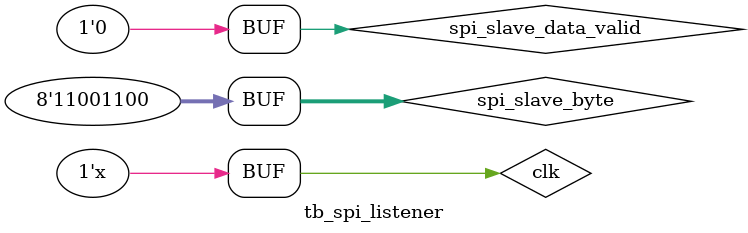
<source format=v>
module tb_spi_listener();

reg clk;
reg spi_slave_data_valid;
reg [7:0] spi_slave_byte;
wire [23:0] spi_data;
wire spi_listener_interrupt;
wire [15:0] timeout_cnt;

spi_listener uut(
    .clk(clk),
    .spi_slave_data_valid(spi_slave_data_valid),
    .spi_slave_byte(spi_slave_byte),
    .spi_data(spi_data),
    .spi_listener_interrupt(spi_listener_interrupt),
    .timeout_cnt(timeout_cnt)
);

initial begin
clk = 0;
spi_slave_data_valid=0;

#100
spi_slave_byte=8'ha2;
spi_slave_data_valid=1;
#10
spi_slave_data_valid=0;

#100
spi_slave_byte=8'hbb;
spi_slave_data_valid=1;
#10
spi_slave_data_valid=0;

#100
spi_slave_byte=8'hcc;
spi_slave_data_valid=1;
#10
spi_slave_data_valid=0;

#100
spi_slave_byte=8'h00;
spi_slave_data_valid=1;
#10
spi_slave_data_valid=0;

#100
spi_slave_byte=8'h20;
spi_slave_data_valid=1;
#10
spi_slave_data_valid=0;

#2000
spi_slave_byte=8'hcc;
spi_slave_data_valid=1;
#10
spi_slave_data_valid=0;
#100
spi_slave_byte=8'h30;
spi_slave_data_valid=1;
#10
spi_slave_data_valid=0;

#100
spi_slave_byte=8'h20;
spi_slave_data_valid=1;
#10
spi_slave_data_valid=0;

#2000
spi_slave_byte=8'hbb;
spi_slave_data_valid=1;
#10
spi_slave_data_valid=0;

#100
spi_slave_byte=8'hcc;
spi_slave_data_valid=1;
#10
spi_slave_data_valid=0;

end


always #5 clk=~clk;

endmodule

</source>
